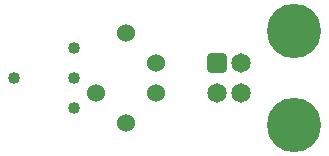
<source format=gbr>
G04 #@! TF.GenerationSoftware,KiCad,Pcbnew,8.0.6*
G04 #@! TF.CreationDate,2025-01-27T10:14:47-05:00*
G04 #@! TF.ProjectId,usbbbrkout,75736262-6272-46b6-9f75-742e6b696361,v1.1.0*
G04 #@! TF.SameCoordinates,Original*
G04 #@! TF.FileFunction,Copper,L4,Bot*
G04 #@! TF.FilePolarity,Positive*
%FSLAX46Y46*%
G04 Gerber Fmt 4.6, Leading zero omitted, Abs format (unit mm)*
G04 Created by KiCad (PCBNEW 8.0.6) date 2025-01-27 10:14:47*
%MOMM*%
%LPD*%
G01*
G04 APERTURE LIST*
G04 Aperture macros list*
%AMRoundRect*
0 Rectangle with rounded corners*
0 $1 Rounding radius*
0 $2 $3 $4 $5 $6 $7 $8 $9 X,Y pos of 4 corners*
0 Add a 4 corners polygon primitive as box body*
4,1,4,$2,$3,$4,$5,$6,$7,$8,$9,$2,$3,0*
0 Add four circle primitives for the rounded corners*
1,1,$1+$1,$2,$3*
1,1,$1+$1,$4,$5*
1,1,$1+$1,$6,$7*
1,1,$1+$1,$8,$9*
0 Add four rect primitives between the rounded corners*
20,1,$1+$1,$2,$3,$4,$5,0*
20,1,$1+$1,$4,$5,$6,$7,0*
20,1,$1+$1,$6,$7,$8,$9,0*
20,1,$1+$1,$8,$9,$2,$3,0*%
G04 Aperture macros list end*
G04 #@! TA.AperFunction,ComponentPad*
%ADD10C,1.016000*%
G04 #@! TD*
G04 #@! TA.AperFunction,ComponentPad*
%ADD11C,1.524000*%
G04 #@! TD*
G04 #@! TA.AperFunction,ComponentPad*
%ADD12RoundRect,0.250000X-0.575500X-0.575500X0.575500X-0.575500X0.575500X0.575500X-0.575500X0.575500X0*%
G04 #@! TD*
G04 #@! TA.AperFunction,ComponentPad*
%ADD13C,1.651000*%
G04 #@! TD*
G04 #@! TA.AperFunction,ComponentPad*
%ADD14C,4.600000*%
G04 #@! TD*
G04 #@! TA.AperFunction,ViaPad*
%ADD15C,1.524000*%
G04 #@! TD*
G04 APERTURE END LIST*
D10*
X129540000Y-101600000D03*
X134620000Y-101600000D03*
X134620000Y-99060000D03*
X134620000Y-104140000D03*
D11*
X139065000Y-105410000D03*
X141605000Y-102870000D03*
X141605000Y-100330000D03*
X139065000Y-97790000D03*
D12*
X146760000Y-100350000D03*
D13*
X146760000Y-102850000D03*
X148760000Y-102850000D03*
X148760000Y-100350000D03*
D14*
X153250000Y-97600000D03*
X153250000Y-105600000D03*
D15*
X136525000Y-102870000D03*
M02*

</source>
